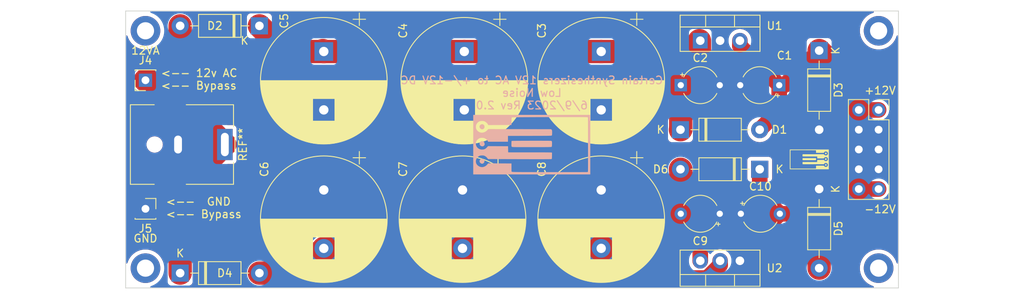
<source format=kicad_pcb>
(kicad_pcb (version 20221018) (generator pcbnew)
  (layers (0 "F.Cu" signal) (31 "B.Cu" signal) (34 "B.Paste" user) (35 "F.Paste" user) (36 "B.SilkS" user "B.Silkscreen") (37 "F.SilkS" user "F.Silkscreen") (38 "B.Mask" user) (39 "F.Mask" user) (44 "Edge.Cuts" user))
  (net 0 "")
  (net 1 "+12V")
  (net 2 "GND")
  (net 3 "Net-(D1-K)")
  (net 4 "Net-(D4-A)")
  (net 5 "-12V")
  (net 6 "+12VA")
  (footprint "Connector_PinSocket_2.54mm:PinSocket_1x01_P2.54mm_Vertical" (layer "F.Cu") (at 78.74 104.14)
    (fp_text reference "J5" (at 0 2.54) (layer "F.SilkS"))
    (fp_text value "GND" (at 0 3.81 180) (layer "F.SilkS"))
    (pad "1" thru_hole rect (at 0 0) (size 1.7 1.7) (drill 1) (layers "*.Cu" "*.Mask") (net 2 "GND"))
  )
  (footprint "Diode_THT:D_DO-41_SOD81_P10.16mm_Horizontal" (layer "F.Cu") (at 157.48 99.06 180)
    (fp_text reference "D6" (at 12.7 0) (layer "F.SilkS"))
    (fp_text value "1N4004")
    (fp_text user "K" (at -2.54 0) (layer "F.SilkS"))
    (pad "1" thru_hole rect (at 0 0 180) (size 2.2 2.2) (drill 1.1) (layers "*.Cu" "*.Mask") (net 5 "-12V"))
    (pad "2" thru_hole oval (at 10.16 0 180) (size 2.2 2.2) (drill 1.1) (layers "*.Cu" "*.Mask") (net 4 "Net-(D4-A)"))
  )
  (footprint "Capacitor_THT:CP_Radial_D16.0mm_P7.50mm" (layer "F.Cu") (at 101.6 83.94 -90)
    (fp_text reference "C5" (at -3.93 5.08 90) (layer "F.SilkS"))
    (fp_text value "3300 uF")
    (pad "1" thru_hole rect (at 0 0 270) (size 2.4 2.4) (drill 1.2) (layers "*.Cu" "*.Mask") (net 3 "Net-(D1-K)"))
    (pad "2" thru_hole circle (at 7.5 0 270) (size 2.4 2.4) (drill 1.2) (layers "*.Cu" "*.Mask") (net 2 "GND"))
  )
  (footprint "Package_TO_SOT_THT:TO-220-3_Vertical" (layer "F.Cu") (at 149.86 82.55)
    (fp_text reference "U1" (at 9.525 -1.905) (layer "F.SilkS"))
    (fp_text value "LM7812_TO220")
    (pad "1" thru_hole rect (at 0 0) (size 1.905 2) (drill 1.1) (layers "*.Cu" "*.Mask") (net 3 "Net-(D1-K)"))
    (pad "2" thru_hole oval (at 2.54 0) (size 1.905 2) (drill 1.1) (layers "*.Cu" "*.Mask") (net 2 "GND"))
    (pad "3" thru_hole oval (at 5.08 0) (size 1.905 2) (drill 1.1) (layers "*.Cu" "*.Mask") (net 1 "+12V"))
  )
  (footprint "Diode_THT:D_DO-41_SOD81_P10.16mm_Horizontal" (layer "F.Cu") (at 93.345 80.645 180)
    (fp_text reference "D2" (at 5.715 0) (layer "F.SilkS"))
    (fp_text value "1N4004")
    (fp_text user "K" (at 1.905 -1.905) (layer "F.SilkS"))
    (pad "1" thru_hole rect (at 0 0 180) (size 2.2 2.2) (drill 1.1) (layers "*.Cu" "*.Mask") (net 3 "Net-(D1-K)"))
    (pad "2" thru_hole oval (at 10.16 0 180) (size 2.2 2.2) (drill 1.1) (layers "*.Cu" "*.Mask") (net 6 "+12VA"))
  )
  (footprint "Diode_THT:D_DO-41_SOD81_P10.16mm_Horizontal" (layer "F.Cu") (at 83.185 112.395)
    (fp_text reference "D4" (at 5.715 0) (layer "F.SilkS"))
    (fp_text value "1N4004")
    (fp_text user "K" (at 0 -2.54) (layer "F.SilkS"))
    (pad "1" thru_hole rect (at 0 0) (size 2.2 2.2) (drill 1.1) (layers "*.Cu" "*.Mask") (net 6 "+12VA"))
    (pad "2" thru_hole oval (at 10.16 0) (size 2.2 2.2) (drill 1.1) (layers "*.Cu" "*.Mask") (net 4 "Net-(D4-A)"))
  )
  (footprint "Package_TO_SOT_THT:TO-220-3_Vertical" (layer "F.Cu") (at 154.94 110.815 180)
    (fp_text reference "U2" (at -4.445 -0.945) (layer "F.SilkS"))
    (fp_text value "LM7912_TO220")
    (pad "1" thru_hole rect (at 0 0 180) (size 1.905 2) (drill 1.1) (layers "*.Cu" "*.Mask") (net 2 "GND"))
    (pad "2" thru_hole oval (at 2.54 0 180) (size 1.905 2) (drill 1.1) (layers "*.Cu" "*.Mask") (net 4 "Net-(D4-A)"))
    (pad "3" thru_hole oval (at 5.08 0 180) (size 1.905 2) (drill 1.1) (layers "*.Cu" "*.Mask") (net 5 "-12V"))
  )
  (footprint "LOGO" (layer "F.Cu") (at 163.83 97.79)
    (fp_text reference "G***" hide)
    (fp_text value "LOGO" hide)
  )
  (footprint "Diode_THT:D_DO-41_SOD81_P10.16mm_Horizontal" (layer "F.Cu") (at 165.1 101.6 -90)
    (fp_text reference "D5" (at 5.08 -2.47 90) (layer "F.SilkS"))
    (fp_text value "1N4004")
    (fp_text user "K" (at 0 -2.1 90) (layer "F.SilkS"))
    (pad "1" thru_hole rect (at 0 0 270) (size 2.2 2.2) (drill 1.1) (layers "*.Cu" "*.Mask") (net 2 "GND"))
    (pad "2" thru_hole oval (at 10.16 0 270) (size 2.2 2.2) (drill 1.1) (layers "*.Cu" "*.Mask") (net 5 "-12V"))
  )
  (footprint "Connector_PinSocket_2.54mm:PinSocket_2x05_P2.54mm_Vertical" (layer "F.Cu") (at 172.72 91.44)
    (fp_text reference "REF**" hide)
    (fp_text value "PinSocket_2x05_P2.54mm_Vertical")
    (pad "1" thru_hole circle (at 0 0) (size 1.7 1.7) (drill 1) (layers "*.Cu" "*.Mask") (net 1 "+12V"))
    (pad "2" thru_hole oval (at -2.54 0) (size 1.7 1.7) (drill 1) (layers "*.Cu" "*.Mask") (net 1 "+12V"))
    (pad "3" thru_hole oval (at 0 2.54) (size 1.7 1.7) (drill 1) (layers "*.Cu" "*.Mask") (net 2 "GND"))
    (pad "4" thru_hole oval (at -2.54 2.54) (size 1.7 1.7) (drill 1) (layers "*.Cu" "*.Mask") (net 2 "GND"))
    (pad "5" thru_hole oval (at 0 5.08) (size 1.7 1.7) (drill 1) (layers "*.Cu" "*.Mask") (net 2 "GND"))
    (pad "6" thru_hole oval (at -2.54 5.08) (size 1.7 1.7) (drill 1) (layers "*.Cu" "*.Mask") (net 2 "GND"))
    (pad "7" thru_hole oval (at 0 7.62) (size 1.7 1.7) (drill 1) (layers "*.Cu" "*.Mask") (net 2 "GND"))
    (pad "8" thru_hole oval (at -2.54 7.62) (size 1.7 1.7) (drill 1) (layers "*.Cu" "*.Mask") (net 2 "GND"))
    (pad "9" thru_hole oval (at 0 10.16) (size 1.7 1.7) (drill 1) (layers "*.Cu" "*.Mask") (net 5 "-12V"))
    (pad "10" thru_hole oval (at -2.54 10.16) (size 1.7 1.7) (drill 1) (layers "*.Cu" "*.Mask") (net 5 "-12V"))
  )
  (footprint "Capacitor_THT:CP_Radial_Tantal_D4.5mm_P5.00mm" (layer "F.Cu") (at 155.06 104.775)
    (fp_text reference "C10" (at 2.5 -3.5) (layer "F.SilkS"))
    (fp_text value "1 uF")
    (pad "1" thru_hole rect (at 0 0) (size 1.6 1.6) (drill 0.8) (layers "*.Cu" "*.Mask") (net 2 "GND"))
    (pad "2" thru_hole circle (at 5 0) (size 1.6 1.6) (drill 0.8) (layers "*.Cu" "*.Mask") (net 5 "-12V"))
  )
  (footprint "Capacitor_THT:CP_Radial_D16.0mm_P7.50mm" (layer "F.Cu") (at 137.16 83.94 -90)
    (fp_text reference "C3" (at -2.66 7.62 90) (layer "F.SilkS"))
    (fp_text value "3300 uF")
    (pad "1" thru_hole rect (at 0 0 270) (size 2.4 2.4) (drill 1.2) (layers "*.Cu" "*.Mask") (net 3 "Net-(D1-K)"))
    (pad "2" thru_hole circle (at 7.5 0 270) (size 2.4 2.4) (drill 1.2) (layers "*.Cu" "*.Mask") (net 2 "GND"))
  )
  (footprint "MountingHole:MountingHole_2.2mm_M2_DIN965_Pad_TopBottom" (layer "F.Cu") (at 78.74 111.76)
    (fp_text reference "REF**" hide)
    (fp_text value "MountingHole_2.2mm_M2_DIN965_Pad_TopBottom")
    (pad "1" thru_hole circle (at 0 0) (size 2.6 2.6) (drill 2.2) (layers "*.Cu" "*.Mask"))
    (pad "1" connect circle (at 0 0) (size 3.8 3.8) (layers "F.Cu" "F.Mask"))
    (pad "1" connect circle (at 0 0) (size 3.8 3.8) (layers "B.Cu" "B.Mask"))
  )
  (footprint "Capacitor_THT:CP_Radial_D16.0mm_P7.50mm" (layer "F.Cu") (at 119.38 101.72 -90)
    (fp_text reference "C7" (at -2.66 7.62 90) (layer "F.SilkS"))
    (fp_text value "3300 uF")
    (pad "1" thru_hole rect (at 0 0 270) (size 2.4 2.4) (drill 1.2) (layers "*.Cu" "*.Mask") (net 2 "GND"))
    (pad "2" thru_hole circle (at 7.5 0 270) (size 2.4 2.4) (drill 1.2) (layers "*.Cu" "*.Mask") (net 4 "Net-(D4-A)"))
  )
  (footprint "Capacitor_THT:CP_Radial_D16.0mm_P7.50mm" (layer "F.Cu") (at 137.16 101.72 -90)
    (fp_text reference "C8" (at -2.66 7.62 90) (layer "F.SilkS"))
    (fp_text value "3300 uF")
    (pad "1" thru_hole rect (at 0 0 270) (size 2.4 2.4) (drill 1.2) (layers "*.Cu" "*.Mask") (net 2 "GND"))
    (pad "2" thru_hole circle (at 7.5 0 270) (size 2.4 2.4) (drill 1.2) (layers "*.Cu" "*.Mask") (net 4 "Net-(D4-A)"))
  )
  (footprint "Capacitor_THT:CP_Radial_Tantal_D4.5mm_P5.00mm" (layer "F.Cu") (at 152.36 104.775 180)
    (fp_text reference "C9" (at 2.5 -3.5) (layer "F.SilkS"))
    (fp_text value "1 uF")
    (pad "1" thru_hole rect (at 0 0 180) (size 1.6 1.6) (drill 0.8) (layers "*.Cu" "*.Mask") (net 2 "GND"))
    (pad "2" thru_hole circle (at 5 0 180) (size 1.6 1.6) (drill 0.8) (layers "*.Cu" "*.Mask") (net 4 "Net-(D4-A)"))
  )
  (footprint "Capacitor_THT:CP_Radial_D16.0mm_P7.50mm" (layer "F.Cu") (at 119.61 83.94 -90)
    (fp_text reference "C4" (at -2.66 7.85 90) (layer "F.SilkS"))
    (fp_text value "3300 uF")
    (pad "1" thru_hole rect (at 0 0 270) (size 2.4 2.4) (drill 1.2) (layers "*.Cu" "*.Mask") (net 3 "Net-(D1-K)"))
    (pad "2" thru_hole circle (at 7.5 0 270) (size 2.4 2.4) (drill 1.2) (layers "*.Cu" "*.Mask") (net 2 "GND"))
  )
  (footprint "Connector_PinSocket_2.54mm:PinSocket_1x01_P2.54mm_Vertical" (layer "F.Cu") (at 78.74 87.63 180)
    (fp_text reference "J4" (at 0 2.54) (layer "F.SilkS"))
    (fp_text value "12VA" (at 0 3.81) (layer "F.SilkS"))
    (pad "1" thru_hole rect (at 0 0 180) (size 1.7 1.7) (drill 1) (layers "*.Cu" "*.Mask") (net 6 "+12VA"))
  )
  (footprint "Capacitor_THT:CP_Radial_D16.0mm_P7.50mm" (layer "F.Cu") (at 101.6 101.72 -90)
    (fp_text reference "C6" (at -2.66 7.62 90) (layer "F.SilkS"))
    (fp_text value "3300 uF")
    (pad "1" thru_hole rect (at 0 0 270) (size 2.4 2.4) (drill 1.2) (layers "*.Cu" "*.Mask") (net 2 "GND"))
    (pad "2" thru_hole circle (at 7.5 0 270) (size 2.4 2.4) (drill 1.2) (layers "*.Cu" "*.Mask") (net 4 "Net-(D4-A)"))
  )
  (footprint "Diode_THT:D_DO-41_SOD81_P10.16mm_Horizontal" (layer "F.Cu") (at 147.32 93.98)
    (fp_text reference "D1" (at 12.7 0) (layer "F.SilkS"))
    (fp_text value "1N4004")
    (fp_text user "K" (at -2.54 0) (layer "F.SilkS"))
    (pad "1" thru_hole rect (at 0 0) (size 2.2 2.2) (drill 1.1) (layers "*.Cu" "*.Mask") (net 3 "Net-(D1-K)"))
    (pad "2" thru_hole oval (at 10.16 0) (size 2.2 2.2) (drill 1.1) (layers "*.Cu" "*.Mask") (net 1 "+12V"))
  )
  (footprint "MountingHole:MountingHole_2.2mm_M2_DIN965_Pad_TopBottom" (layer "F.Cu") (at 172.72 81.28)
    (fp_text reference "REF**" hide)
    (fp_text value "MountingHole_2.2mm_M2_DIN965_Pad_TopBottom")
    (pad "1" thru_hole circle (at 0 0) (size 2.6 2.6) (drill 2.2) (layers "*.Cu" "*.Mask"))
    (pad "1" connect circle (at 0 0) (size 3.8 3.8) (layers "F.Cu" "F.Mask"))
    (pad "1" connect circle (at 0 0) (size 3.8 3.8) (layers "B.Cu" "B.Mask"))
  )
  (footprint "Capacitor_THT:CP_Radial_Tantal_D4.5mm_P5.00mm" (layer "F.Cu") (at 147.36 88.265)
    (fp_text reference "C2" (at 2.5 -3.5) (layer "F.SilkS"))
    (fp_text value "1 uF")
    (pad "1" thru_hole rect (at 0 0) (size 1.6 1.6) (drill 0.8) (layers "*.Cu" "*.Mask") (net 3 "Net-(D1-K)"))
    (pad "2" thru_hole circle (at 5 0) (size 1.6 1.6) (drill 0.8) (layers "*.Cu" "*.Mask") (net 2 "GND"))
  )
  (footprint "MountingHole:MountingHole_2.2mm_M2_DIN965_Pad_TopBottom" (layer "F.Cu") (at 172.72 111.76)
    (fp_text reference "REF**" hide)
    (fp_text value "MountingHole_2.2mm_M2_DIN965_Pad_TopBottom")
    (pad "1" thru_hole circle (at 0 0) (size 2.6 2.6) (drill 2.2) (layers "*.Cu" "*.Mask"))
    (pad "1" connect circle (at 0 0) (size 3.8 3.8) (layers "F.Cu" "F.Mask"))
    (pad "1" connect circle (at 0 0) (size 3.8 3.8) (layers "B.Cu" "B.Mask"))
  )
  (footprint "Capacitor_THT:CP_Radial_Tantal_D4.5mm_P5.00mm" (layer "F.Cu") (at 159.98 88.265 180)
    (fp_text reference "C1" (at -0.675 3.81) (layer "F.SilkS"))
    (fp_text value "1 uF")
    (pad "1" thru_hole rect (at 0 0 180) (size 1.6 1.6) (drill 0.8) (layers "*.Cu" "*.Mask") (net 1 "+12V"))
    (pad "2" thru_hole circle (at 5 0 180) (size 1.6 1.6) (drill 0.8) (layers "*.Cu" "*.Mask") (net 2 "GND"))
  )
  (footprint "Diode_THT:D_DO-41_SOD81_P10.16mm_Horizontal" (layer "F.Cu") (at 165.1 83.82 -90)
    (fp_text reference "D3" (at 5.08 -2.47 90) (layer "F.SilkS"))
    (fp_text value "1N4004")
    (fp_text user "K" (at 0 -2.1 90) (layer "F.SilkS"))
    (pad "1" thru_hole rect (at 0 0 270) (size 2.2 2.2) (drill 1.1) (layers "*.Cu" "*.Mask") (net 1 "+12V"))
    (pad "2" thru_hole oval (at 10.16 0 270) (size 2.2 2.2) (drill 1.1) (layers "*.Cu" "*.Mask") (net 2 "GND"))
  )
  (footprint "Connector_BarrelJack:BarrelJack_CUI_PJ-063AH_Horizontal" (layer "F.Cu") (at 88.915 95.885 -90)
    (fp_text reference "REF**" (at 0 -2.3 90) (layer "F.SilkS"))
    (fp_text value "BarrelJack_CUI_PJ-063AH_Horizontal")
    (pad "" np_thru_hole circle (at 0 9 270) (size 1.6 1.6) (drill 1.6) (layers "*.Cu" "*.Mask"))
    (pad "1" thru_hole rect (at 0 0 270) (size 4 2) (drill oval 3 1) (layers "*.Cu" "*.Mask") (net 6 "+12VA"))
    (pad "2" thru_hole oval (at 0 6 270) (size 3.3 2) (drill oval 2.3 1) (layers "*.Cu" "*.Mask") (net 2 "GND"))
  )
  (footprint "MountingHole:MountingHole_2.2mm_M2_DIN965_Pad_TopBottom" (layer "F.Cu") (at 78.74 81.28)
    (fp_text reference "REF**" hide)
    (fp_text value "MountingHole_2.2mm_M2_DIN965_Pad_TopBottom")
    (pad "1" thru_hole circle (at 0 0) (size 2.6 2.6) (drill 2.2) (layers "*.Cu" "*.Mask"))
    (pad "1" connect circle (at 0 0) (size 3.8 3.8) (layers "F.Cu" "F.Mask"))
    (pad "1" connect circle (at 0 0) (size 3.8 3.8) (layers "B.Cu" "B.Mask"))
  )
  (footprint "LOGO" (layer "B.Cu") (at 128.27 95.885 180)
    (fp_text reference "G***" hide)
    (fp_text value "LOGO" hide)
  )
  (gr_line (start 175.26 78.74) (end 76.2 78.74) (stroke (width 0.1)) (layer "Edge.Cuts"))
  (gr_line (start 76.2 114.3) (end 175.26 114.3) (stroke (width 0.1)) (layer "Edge.Cuts"))
  (gr_line (start 175.26 114.3) (end 175.26 78.74) (stroke (width 0.1)) (layer "Edge.Cuts"))
  (gr_line (start 76.2 78.74) (end 76.2 114.3) (stroke (width 0.1)) (layer "Edge.Cuts"))
  (gr_text "Certain Synthesizers 12V AC to +/-12V DC\nLow Noise\n6/9/2023 Rev 2.0\n" (at 128.27 91.44) (layer "B.SilkS") (effects (font (size 1 1)) (justify bottom mirror)))
  (gr_text "+12V" (at 170.815 89.535) (layer "F.SilkS") (effects (font (size 1 1)) (justify left bottom)))
  (gr_text "<-- 12v AC\n<-- Bypass" (at 80.645 88.9) (layer "F.SilkS") (effects (font (size 1 1)) (justify left bottom)))
  (gr_text "<--  GND\n<-- Bypass" (at 81.28 105.41) (layer "F.SilkS") (effects (font (size 1 1)) (justify left bottom)))
  (gr_text "-12V" (at 170.815 104.775) (layer "F.SilkS") (effects (font (size 1 1)) (justify left bottom)))
  (segment (start 170.18 91.44) (end 172.72 91.44) (width 2) (layer "F.Cu") (net 1))
  (segment (start 160.655 88.265) (end 165.1 83.82) (width 2) (layer "F.Cu") (net 1))
  (segment (start 154.94 83.225) (end 159.98 88.265) (width 2) (layer "F.Cu") (net 1))
  (segment (start 170.18 88.9) (end 170.18 91.43) (width 3) (layer "F.Cu") (net 1))
  (segment (start 159.98 88.265) (end 159.98 91.48) (width 2) (layer "F.Cu") (net 1))
  (segment (start 165.1 83.82) (end 170.18 88.9) (width 3) (layer "F.Cu") (net 1))
  (segment (start 154.94 82.55) (end 154.94 83.225) (width 2) (layer "F.Cu") (net 1))
  (segment (start 159.98 91.48) (end 157.48 93.98) (width 2) (layer "F.Cu") (net 1))
  (segment (start 159.98 88.265) (end 160.655 88.265) (width 2) (layer "F.Cu") (net 1))
  (segment (start 147.36 88.265) (end 149.7475 85.8775) (width 3) (layer "F.Cu") (net 3))
  (segment (start 101.6 83.94) (end 96.64 83.94) (width 3) (layer "F.Cu") (net 3))
  (segment (start 119.61 83.94) (end 137.16 83.94) (width 3) (layer "F.Cu") (net 3))
  (segment (start 101.6 83.94) (end 119.61 83.94) (width 3) (layer "F.Cu") (net 3))
  (segment (start 149.7475 85.8775) (end 149.7475 82.55) (width 3) (layer "F.Cu") (net 3))
  (segment (start 147.36 93.94) (end 147.32 93.98) (width 3) (layer "F.Cu") (net 3))
  (segment (start 147.36 88.265) (end 147.36 93.94) (width 3) (layer "F.Cu") (net 3))
  (segment (start 143.035 83.94) (end 147.36 88.265) (width 3) (layer "F.Cu") (net 3))
  (segment (start 137.16 83.94) (end 143.035 83.94) (width 3) (layer "F.Cu") (net 3))
  (segment (start 101.48 83.82) (end 101.6 83.94) (width 3) (layer "F.Cu") (net 3))
  (segment (start 96.64 83.94) (end 93.345 80.645) (width 3) (layer "F.Cu") (net 3))
  (segment (start 93.345 112.395) (end 98.425 112.395) (width 3) (layer "F.Cu") (net 4))
  (segment (start 146.725 113.03) (end 142.915 109.22) (width 2) (layer "F.Cu") (net 4))
  (segment (start 147.36 99.1) (end 147.32 99.06) (width 3) (layer "F.Cu") (net 4))
  (segment (start 150.736595 113.03) (end 146.725 113.03) (width 2) (layer "F.Cu") (net 4))
  (segment (start 152.4 111.366595) (end 150.736595 113.03) (width 2) (layer "F.Cu") (net 4))
  (segment (start 137.16 109.22) (end 142.915 109.22) (width 3) (layer "F.Cu") (net 4))
  (segment (start 142.915 109.22) (end 147.36 104.775) (width 3) (layer "F.Cu") (net 4))
  (segment (start 101.6 109.22) (end 119.38 109.22) (width 3) (layer "F.Cu") (net 4))
  (segment (start 147.36 104.775) (end 147.36 99.1) (width 3) (layer "F.Cu") (net 4))
  (segment (start 137.16 109.22) (end 119.38 109.22) (width 3) (layer "F.Cu") (net 4))
  (segment (start 152.4 110.815) (end 152.4 111.366595) (width 2) (layer "F.Cu") (net 4))
  (segment (start 98.425 112.395) (end 101.6 109.22) (width 3) (layer "F.Cu") (net 4))
  (segment (start 157.48 99.06) (end 157.48 102.195) (width 2) (layer "F.Cu") (net 5))
  (segment (start 160.06 104.775) (end 163.185 104.775) (width 2) (layer "F.Cu") (net 5))
  (segment (start 157.48 102.195) (end 160.06 104.775) (width 2) (layer "F.Cu") (net 5))
  (segment (start 157.52 107.315) (end 149.86 107.315) (width 2) (layer "F.Cu") (net 5))
  (segment (start 160.06 104.775) (end 157.52 107.315) (width 2) (layer "F.Cu") (net 5))
  (segment (start 163.185 104.775) (end 165.1 106.69) (width 2) (layer "F.Cu") (net 5))
  (segment (start 149.86 110.795325) (end 149.850162 110.805163) (width 2) (layer "F.Cu") (net 5))
  (segment (start 170.18 101.6) (end 172.72 101.6) (width 2) (layer "F.Cu") (net 5))
  (segment (start 165.1 106.69) (end 170.18 101.61) (width 3) (layer "F.Cu") (net 5))
  (segment (start 165.1 111.76) (end 165.1 106.69) (width 3) (layer "F.Cu") (net 5))
  (segment (start 149.86 107.315) (end 149.86 110.795325) (width 2) (layer "F.Cu") (net 5))
  (segment (start 83.185 112.395) (end 83.185 101.615) (width 3) (layer "F.Cu") (net 6))
  (segment (start 83.185 80.645) (end 83.185 83.185) (width 3) (layer "F.Cu") (net 6))
  (segment (start 80.66 87.63) (end 78.74 87.63) (width 3) (layer "F.Cu") (net 6))
  (segment (start 83.185 83.185) (end 78.74 87.63) (width 3) (layer "F.Cu") (net 6))
  (segment (start 88.915 95.885) (end 80.66 87.63) (width 3) (layer "F.Cu") (net 6))
  (segment (start 83.185 101.615) (end 88.915 95.885) (width 3) (layer "F.Cu") (net 6))
  (zone (net 2) (net_name "GND") (layer "F.Cu") (connect_pads yes (clearance 0.5)) (min_thickness 0.25) (fill yes (thermal_gap 0.5) (thermal_bridge_width 0.5))
    (polygon (pts (xy 175.26 78.74) (xy 175.26 114.3) (xy 76.2 114.3) (xy 76.2 78.74)))
  )
  (zone (net 2) (net_name "GND") (layer "B.Cu") (priority 1) (connect_pads yes (clearance 0.5)) (min_thickness 0.25) (fill yes (thermal_gap 0.5) (thermal_bridge_width 0.5))
    (polygon (pts (xy 175.26 78.74) (xy 175.26 114.3) (xy 76.2 114.3) (xy 76.2 78.74)))
  )
)
</source>
